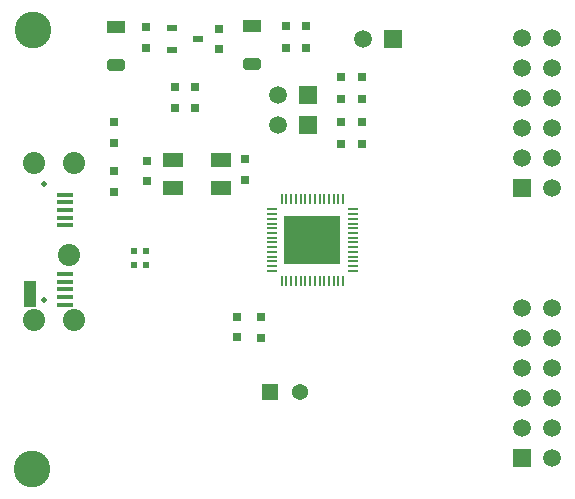
<source format=gbr>
%TF.GenerationSoftware,Altium Limited,Altium Designer,19.1.7 (138)*%
G04 Layer_Color=255*
%FSLAX45Y45*%
%MOMM*%
%TF.FileFunction,Pads,Top*%
%TF.Part,Single*%
G01*
G75*
%TA.AperFunction,ConnectorPad*%
%ADD10R,1.35000X0.40000*%
%ADD11R,0.98000X2.18000*%
%TA.AperFunction,SMDPad,CuDef*%
%ADD12R,0.80000X0.80000*%
%ADD13R,4.85000X4.05000*%
%ADD14R,0.85000X0.20000*%
%ADD15R,0.20000X0.85000*%
%ADD16R,1.50000X1.00000*%
G04:AMPARAMS|DCode=17|XSize=1mm|YSize=1.5mm|CornerRadius=0.25mm|HoleSize=0mm|Usage=FLASHONLY|Rotation=90.000|XOffset=0mm|YOffset=0mm|HoleType=Round|Shape=RoundedRectangle|*
%AMROUNDEDRECTD17*
21,1,1.00000,1.00000,0,0,90.0*
21,1,0.50000,1.50000,0,0,90.0*
1,1,0.50000,0.50000,0.25000*
1,1,0.50000,0.50000,-0.25000*
1,1,0.50000,-0.50000,-0.25000*
1,1,0.50000,-0.50000,0.25000*
%
%ADD17ROUNDEDRECTD17*%
%ADD18R,0.80000X0.80000*%
%ADD19R,0.85000X0.60000*%
%ADD20R,1.80000X1.20000*%
%ADD21R,0.50000X0.60000*%
%TA.AperFunction,ComponentPad*%
%ADD26C,1.37000*%
%ADD27R,1.37000X1.37000*%
%ADD28C,1.50000*%
%ADD29R,1.50000X1.50000*%
%TA.AperFunction,WasherPad*%
%ADD30C,3.10000*%
%TA.AperFunction,ComponentPad*%
%ADD31C,1.87500*%
%ADD32C,0.50000*%
D10*
X3873500Y5908500D02*
D03*
Y5843500D02*
D03*
Y5778500D02*
D03*
Y5713500D02*
D03*
Y5648500D02*
D03*
Y5238500D02*
D03*
Y5173500D02*
D03*
Y5108500D02*
D03*
Y5043500D02*
D03*
Y4978500D02*
D03*
D11*
X3576500Y5067000D02*
D03*
D12*
X6386695Y6337294D02*
D03*
X6211695D02*
D03*
X6386695Y6527794D02*
D03*
X6211695D02*
D03*
X6385300Y6718300D02*
D03*
X6210300D02*
D03*
X6386695Y6908794D02*
D03*
X6211695D02*
D03*
X5916804Y7340608D02*
D03*
X5741804D02*
D03*
X5916795Y7150094D02*
D03*
X5741795D02*
D03*
X4978400Y6639468D02*
D03*
X4803400D02*
D03*
X4976995Y6819894D02*
D03*
X4801995D02*
D03*
D13*
X5969000Y5524500D02*
D03*
D14*
X6314000Y5784500D02*
D03*
Y5744500D02*
D03*
Y5704500D02*
D03*
Y5664500D02*
D03*
Y5624500D02*
D03*
Y5584500D02*
D03*
Y5544500D02*
D03*
Y5504500D02*
D03*
Y5464500D02*
D03*
Y5424500D02*
D03*
Y5384500D02*
D03*
Y5344500D02*
D03*
Y5304500D02*
D03*
Y5264500D02*
D03*
X5624000D02*
D03*
Y5304500D02*
D03*
Y5344500D02*
D03*
Y5384500D02*
D03*
Y5424500D02*
D03*
Y5464500D02*
D03*
Y5504500D02*
D03*
Y5544500D02*
D03*
Y5584500D02*
D03*
Y5624500D02*
D03*
Y5664500D02*
D03*
Y5704500D02*
D03*
Y5744500D02*
D03*
Y5784500D02*
D03*
D15*
X6229000Y5179500D02*
D03*
X6189000D02*
D03*
X6149000D02*
D03*
X6109000D02*
D03*
X6069000D02*
D03*
X6029000D02*
D03*
X5989000D02*
D03*
X5949000D02*
D03*
X5909000D02*
D03*
X5869000D02*
D03*
X5829000D02*
D03*
X5789000D02*
D03*
X5749000D02*
D03*
X5709000D02*
D03*
Y5869500D02*
D03*
X5749000D02*
D03*
X5789000D02*
D03*
X5829000D02*
D03*
X5869000D02*
D03*
X5909000D02*
D03*
X5949000D02*
D03*
X5989000D02*
D03*
X6029000D02*
D03*
X6069000D02*
D03*
X6109000D02*
D03*
X6149000D02*
D03*
X6189000D02*
D03*
X6229000D02*
D03*
D16*
X5461000Y7340600D02*
D03*
X4305300Y7327900D02*
D03*
D17*
X5461000Y7019603D02*
D03*
X4305300Y7006903D02*
D03*
D18*
X5181608Y7138796D02*
D03*
Y7313796D02*
D03*
X4292600Y6350000D02*
D03*
Y6525000D02*
D03*
X4559300Y7152900D02*
D03*
Y7327900D02*
D03*
X5397500Y6032500D02*
D03*
Y6207500D02*
D03*
X4572008Y6021196D02*
D03*
Y6196196D02*
D03*
X4292600Y5930900D02*
D03*
Y6105900D02*
D03*
X5333994Y4700405D02*
D03*
Y4875405D02*
D03*
X5537200Y4874000D02*
D03*
Y4699000D02*
D03*
D19*
X4997000Y7226300D02*
D03*
X4782000Y7131300D02*
D03*
Y7321300D02*
D03*
D20*
X5191100Y5963300D02*
D03*
X4791100D02*
D03*
Y6203300D02*
D03*
X5191100D02*
D03*
D21*
X4456007Y5315581D02*
D03*
X4561003D02*
D03*
X4456007Y5435606D02*
D03*
X4561003D02*
D03*
D26*
X5867400Y4241800D02*
D03*
D27*
X5613400D02*
D03*
D28*
X6396000Y7225000D02*
D03*
X5677723Y6502325D02*
D03*
Y6756325D02*
D03*
X8001000Y3683000D02*
D03*
X7747000Y3937000D02*
D03*
Y4191000D02*
D03*
Y4445000D02*
D03*
Y4699000D02*
D03*
Y4953000D02*
D03*
X8001000Y3937000D02*
D03*
Y4191000D02*
D03*
Y4445000D02*
D03*
Y4699000D02*
D03*
Y4953000D02*
D03*
Y5969000D02*
D03*
X7747000Y6223000D02*
D03*
Y6477000D02*
D03*
Y6731000D02*
D03*
Y6985000D02*
D03*
Y7239000D02*
D03*
X8001000Y6223000D02*
D03*
Y6477000D02*
D03*
Y6731000D02*
D03*
Y6985000D02*
D03*
Y7239000D02*
D03*
D29*
X6650000Y7225000D02*
D03*
X5931723Y6502325D02*
D03*
Y6756325D02*
D03*
X7747000Y3683000D02*
D03*
Y5969000D02*
D03*
D30*
X3594861Y3588206D02*
D03*
X3600000Y7300000D02*
D03*
D31*
X3615500Y6176000D02*
D03*
Y4846000D02*
D03*
X3950500D02*
D03*
X3910500Y5401000D02*
D03*
X3950500Y6176000D02*
D03*
D32*
X3700500Y6001000D02*
D03*
Y5021000D02*
D03*
%TF.MD5,97ffbca0a706b194537088e6e075b717*%
M02*

</source>
